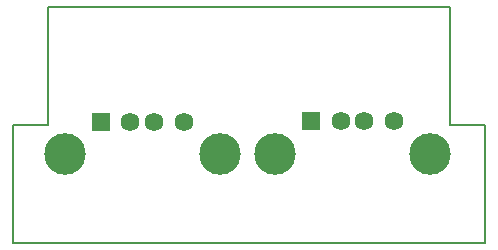
<source format=gbs>
G75*
%MOIN*%
%OFA0B0*%
%FSLAX25Y25*%
%IPPOS*%
%LPD*%
%AMOC8*
5,1,8,0,0,1.08239X$1,22.5*
%
%ADD10C,0.00600*%
%ADD11C,0.13855*%
%ADD12R,0.06233X0.06233*%
%ADD13C,0.06233*%
D10*
X0001300Y0012452D02*
X0158780Y0012452D01*
X0158780Y0051764D01*
X0146969Y0051764D01*
X0146969Y0091192D01*
X0013111Y0091192D01*
X0013111Y0051764D01*
X0001300Y0051764D01*
X0001300Y0012452D01*
D11*
X0018598Y0042260D03*
X0070330Y0042260D03*
X0088716Y0042260D03*
X0140448Y0042260D03*
D12*
X0100722Y0053023D03*
X0030686Y0052940D03*
D13*
X0040538Y0052940D03*
X0048406Y0052940D03*
X0058256Y0052940D03*
X0110574Y0053023D03*
X0118442Y0053023D03*
X0128292Y0053023D03*
M02*

</source>
